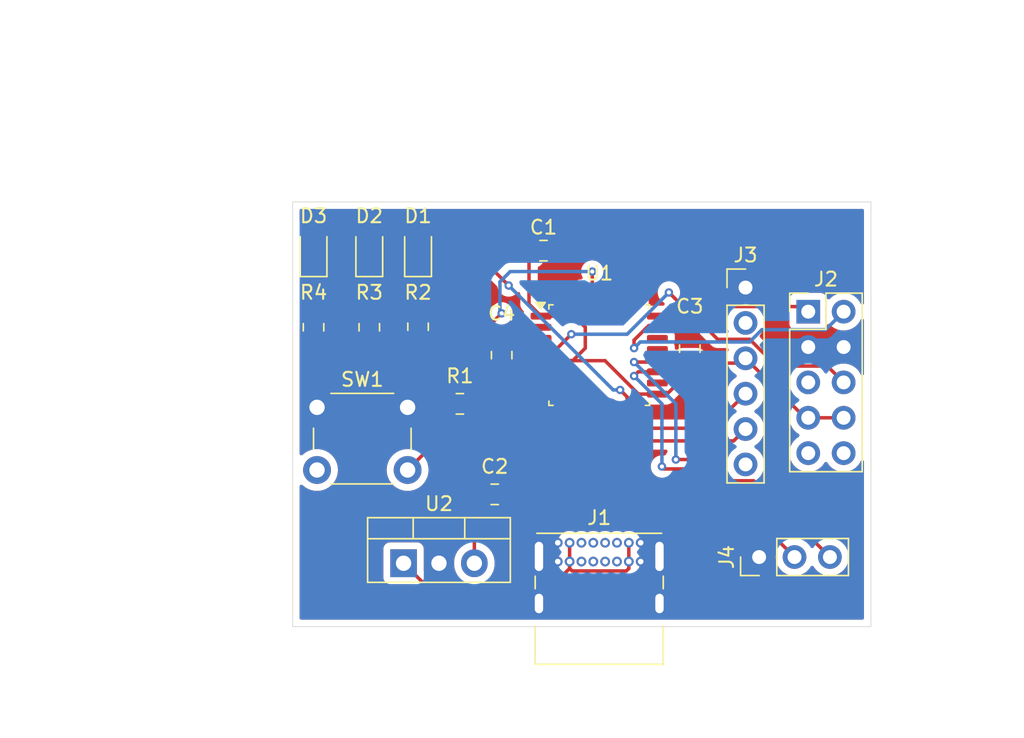
<source format=kicad_pcb>
(kicad_pcb (version 20240108) (generator "pcbnew") (generator_version "8.0")
  (layers (0 "F.Cu" signal) (31 "B.Cu" signal) (34 "B.Paste" user) (35 "F.Paste" user) (36 "B.SilkS" user "B.Silkscreen") (37 "F.SilkS" user "F.Silkscreen") (38 "B.Mask" user) (39 "F.Mask" user) (44 "Edge.Cuts" user))
  (net 0 "")
  (net 1 "+3V3")
  (net 2 "GND")
  (net 3 "Net-(D1-K)")
  (net 4 "Net-(D2-K)")
  (net 5 "Net-(D2-A)")
  (net 6 "Net-(D3-K)")
  (net 7 "Net-(D3-A)")
  (net 8 "+5V")
  (net 15 "/SWDIO")
  (net 18 "/SWCLK")
  (net 19 "/RST")
  (net 21 "/RX")
  (net 22 "/TX")
  (net 23 "/SDA")
  (net 24 "/SCL")
  (footprint "Package_QFP:LQFP-32_7x7mm_P0.8mm" (layer "F.Cu") (at 138.5 62)
    (property "Reference" "U1" (at 0 -5.88 0) (layer "F.SilkS"))
    (property "Value" "STM32L031K6Tx")
    (fp_line (start -3.61 -3.61) (end -3.61 -3.31) (stroke (width 0.12)) (layer "F.SilkS"))
    (fp_line (start -3.61 3.61) (end -3.61 3.31) (stroke (width 0.12)) (layer "F.SilkS"))
    (fp_line (start -3.31 -3.61) (end -3.61 -3.61) (stroke (width 0.12)) (layer "F.SilkS"))
    (fp_line (start -3.31 3.61) (end -3.61 3.61) (stroke (width 0.12)) (layer "F.SilkS"))
    (fp_line (start 3.31 -3.61) (end 3.61 -3.61) (stroke (width 0.12)) (layer "F.SilkS"))
    (fp_line (start 3.31 3.61) (end 3.61 3.61) (stroke (width 0.12)) (layer "F.SilkS"))
    (fp_line (start 3.61 -3.61) (end 3.61 -3.31) (stroke (width 0.12)) (layer "F.SilkS"))
    (fp_line (start 3.61 3.61) (end 3.61 3.31) (stroke (width 0.12)) (layer "F.SilkS"))
    (fp_poly (pts (xy -4.2125 -3.31) (xy -4.5525 -3.78) (xy -3.8725 -3.78) (xy -4.2125 -3.31)) (stroke (width 0.12)) (fill solid) (layer "F.SilkS"))
    (pad "1" smd roundrect (at -4.175 -2.8) (size 1.5 0.5) (layers "F.Cu" "F.Paste" "F.Mask") (net 1 "+3V3"))
    (pad "2" smd roundrect (at -4.175 -2) (size 1.5 0.5) (layers "F.Cu" "F.Paste" "F.Mask"))
    (pad "3" smd roundrect (at -4.175 -1.2) (size 1.5 0.5) (layers "F.Cu" "F.Paste" "F.Mask"))
    (pad "4" smd roundrect (at -4.175 -0.4) (size 1.5 0.5) (layers "F.Cu" "F.Paste" "F.Mask") (net 19 "/RST"))
    (pad "5" smd roundrect (at -4.175 0.4) (size 1.5 0.5) (layers "F.Cu" "F.Paste" "F.Mask") (net 1 "+3V3"))
    (pad "6" smd roundrect (at -4.175 1.2) (size 1.5 0.5) (layers "F.Cu" "F.Paste" "F.Mask"))
    (pad "7" smd roundrect (at -4.175 2) (size 1.5 0.5) (layers "F.Cu" "F.Paste" "F.Mask"))
    (pad "8" smd roundrect (at -4.175 2.8) (size 1.5 0.5) (layers "F.Cu" "F.Paste" "F.Mask") (net 22 "/TX"))
    (pad "9" smd roundrect (at -2.8 4.175) (size 0.5 1.5) (layers "F.Cu" "F.Paste" "F.Mask") (net 21 "/RX"))
    (pad "10" smd roundrect (at -2 4.175) (size 0.5 1.5) (layers "F.Cu" "F.Paste" "F.Mask"))
    (pad "11" smd roundrect (at -1.2 4.175) (size 0.5 1.5) (layers "F.Cu" "F.Paste" "F.Mask"))
    (pad "12" smd roundrect (at -0.4 4.175) (size 0.5 1.5) (layers "F.Cu" "F.Paste" "F.Mask"))
    (pad "13" smd roundrect (at 0.4 4.175) (size 0.5 1.5) (layers "F.Cu" "F.Paste" "F.Mask"))
    (pad "14" smd roundrect (at 1.2 4.175) (size 0.5 1.5) (layers "F.Cu" "F.Paste" "F.Mask"))
    (pad "15" smd roundrect (at 2 4.175) (size 0.5 1.5) (layers "F.Cu" "F.Paste" "F.Mask") (net 5 "Net-(D2-A)"))
    (pad "16" smd roundrect (at 2.8 4.175) (size 0.5 1.5) (layers "F.Cu" "F.Paste" "F.Mask") (net 2 "GND"))
    (pad "17" smd roundrect (at 4.175 2.8) (size 1.5 0.5) (layers "F.Cu" "F.Paste" "F.Mask") (net 1 "+3V3"))
    (pad "18" smd roundrect (at 4.175 2) (size 1.5 0.5) (layers "F.Cu" "F.Paste" "F.Mask"))
    (pad "19" smd roundrect (at 4.175 1.2) (size 1.5 0.5) (layers "F.Cu" "F.Paste" "F.Mask") (net 24 "/SCL"))
    (pad "20" smd roundrect (at 4.175 0.4) (size 1.5 0.5) (layers "F.Cu" "F.Paste" "F.Mask") (net 23 "/SDA"))
    (pad "21" smd roundrect (at 4.175 -0.4) (size 1.5 0.5) (layers "F.Cu" "F.Paste" "F.Mask"))
    (pad "22" smd roundrect (at 4.175 -1.2) (size 1.5 0.5) (layers "F.Cu" "F.Paste" "F.Mask"))
    (pad "23" smd roundrect (at 4.175 -2) (size 1.5 0.5) (layers "F.Cu" "F.Paste" "F.Mask") (net 15 "/SWDIO"))
    (pad "24" smd roundrect (at 4.175 -2.8) (size 1.5 0.5) (layers "F.Cu" "F.Paste" "F.Mask") (net 18 "/SWCLK"))
    (pad "25" smd roundrect (at 2.8 -4.175) (size 0.5 1.5) (layers "F.Cu" "F.Paste" "F.Mask"))
    (pad "26" smd roundrect (at 2 -4.175) (size 0.5 1.5) (layers "F.Cu" "F.Paste" "F.Mask"))
    (pad "27" smd roundrect (at 1.2 -4.175) (size 0.5 1.5) (layers "F.Cu" "F.Paste" "F.Mask"))
    (pad "28" smd roundrect (at 0.4 -4.175) (size 0.5 1.5) (layers "F.Cu" "F.Paste" "F.Mask"))
    (pad "29" smd roundrect (at -0.4 -4.175) (size 0.5 1.5) (layers "F.Cu" "F.Paste" "F.Mask") (net 7 "Net-(D3-A)"))
    (pad "30" smd roundrect (at -1.2 -4.175) (size 0.5 1.5) (layers "F.Cu" "F.Paste" "F.Mask"))
    (pad "31" smd roundrect (at -2 -4.175) (size 0.5 1.5) (layers "F.Cu" "F.Paste" "F.Mask") (net 2 "GND"))
    (pad "32" smd roundrect (at -2.8 -4.175) (size 0.5 1.5) (layers "F.Cu" "F.Paste" "F.Mask") (net 2 "GND"))
  )
  (footprint "Diode_SMD:D_0805_2012Metric_Pad1.15x1.40mm_HandSolder" (layer "F.Cu") (at 125.5 54.5 90)
    (property "Reference" "D1" (at 2.5 0 180) (layer "F.SilkS"))
    (property "Value" "LED")
    (fp_line (start 1 -0.96) (end -1.86 -0.96) (stroke (width 0.12)) (layer "F.SilkS"))
    (fp_line (start -1.86 -0.96) (end -1.86 0.96) (stroke (width 0.12)) (layer "F.SilkS"))
    (fp_line (start -1.86 0.96) (end 1 0.96) (stroke (width 0.12)) (layer "F.SilkS"))
    (pad "1" smd roundrect (at -1.025 0 90) (size 1.15 1.4) (layers "F.Cu" "F.Paste" "F.Mask") (roundrect_rratio 0.217391) (net 3 "Net-(D1-K)"))
    (pad "2" smd roundrect (at 1.025 0 90) (size 1.15 1.4) (layers "F.Cu" "F.Paste" "F.Mask") (roundrect_rratio 0.217391) (net 1 "+3V3"))
  )
  (footprint "Connector_PinHeader_2.54mm:PinHeader_1x03_P2.54mm_Vertical" (layer "F.Cu") (at 149.975 76.5 90)
    (property "Reference" "J4" (at 0 -2.33 90) (layer "F.SilkS"))
    (property "Value" "I2C")
    (fp_line (start -1.33 -1.33) (end 0 -1.33) (stroke (width 0.12)) (layer "F.SilkS"))
    (fp_line (start -1.33 0) (end -1.33 -1.33) (stroke (width 0.12)) (layer "F.SilkS"))
    (fp_line (start 1.33 1.27) (end 1.33 6.41) (stroke (width 0.12)) (layer "F.SilkS"))
    (fp_line (start -1.33 1.27) (end 1.33 1.27) (stroke (width 0.12)) (layer "F.SilkS"))
    (fp_line (start -1.33 1.27) (end -1.33 6.41) (stroke (width 0.12)) (layer "F.SilkS"))
    (fp_line (start -1.33 6.41) (end 1.33 6.41) (stroke (width 0.12)) (layer "F.SilkS"))
    (pad "1" thru_hole rect (at 0 0 90) (size 1.7 1.7) (drill 1) (layers "*.Cu" "*.Mask") (net 2 "GND"))
    (pad "2" thru_hole oval (at 0 2.54 90) (size 1.7 1.7) (drill 1) (layers "*.Cu" "*.Mask") (net 24 "/SCL"))
    (pad "3" thru_hole oval (at 0 5.08 90) (size 1.7 1.7) (drill 1) (layers "*.Cu" "*.Mask") (net 23 "/SDA"))
  )
  (footprint "Button_Switch_THT:SW_PUSH_6mm" (layer "F.Cu") (at 118.25 65.75)
    (property "Reference" "SW1" (at 3.25 -2 0) (layer "F.SilkS"))
    (property "Value" "SW_Push")
    (fp_line (start -0.25 1.5) (end -0.25 3) (stroke (width 0.12)) (layer "F.SilkS"))
    (fp_line (start 1 5.5) (end 5.5 5.5) (stroke (width 0.12)) (layer "F.SilkS"))
    (fp_line (start 5.5 -1) (end 1 -1) (stroke (width 0.12)) (layer "F.SilkS"))
    (fp_line (start 6.75 3) (end 6.75 1.5) (stroke (width 0.12)) (layer "F.SilkS"))
    (pad "1" thru_hole circle (at 0 0 90) (size 2 2) (drill 1.1) (layers "*.Cu" "*.Mask") (net 2 "GND"))
    (pad "1" thru_hole circle (at 6.5 0 90) (size 2 2) (drill 1.1) (layers "*.Cu" "*.Mask") (net 2 "GND"))
    (pad "2" thru_hole circle (at 0 4.5 90) (size 2 2) (drill 1.1) (layers "*.Cu" "*.Mask") (net 19 "/RST"))
    (pad "2" thru_hole circle (at 6.5 4.5 90) (size 2 2) (drill 1.1) (layers "*.Cu" "*.Mask") (net 19 "/RST"))
  )
  (footprint "Capacitor_SMD:C_0805_2012Metric_Pad1.18x1.45mm_HandSolder" (layer "F.Cu") (at 122 60 90)
    (property "Reference" "R3" (at 2.5 0 180) (layer "F.SilkS"))
    (property "Value" "100")
    (fp_line (start -0.261252 -0.735) (end 0.261252 -0.735) (stroke (width 0.12)) (layer "F.SilkS"))
    (fp_line (start -0.261252 0.735) (end 0.261252 0.735) (stroke (width 0.12)) (layer "F.SilkS"))
    (pad "1" smd roundrect (at -1.0375 0 90) (size 1.175 1.45) (layers "F.Cu" "F.Paste" "F.Mask") (roundrect_rratio 0.212766) (net 2 "GND"))
    (pad "2" smd roundrect (at 1.0375 0 90) (size 1.175 1.45) (layers "F.Cu" "F.Paste" "F.Mask") (roundrect_rratio 0.212766) (net 4 "Net-(D2-K)"))
  )
  (footprint "Capacitor_SMD:C_0805_2012Metric_Pad1.18x1.45mm_HandSolder" (layer "F.Cu") (at 118 60 90)
    (property "Reference" "R4" (at 2.5 0 180) (layer "F.SilkS"))
    (property "Value" "100")
    (fp_line (start -0.261252 -0.735) (end 0.261252 -0.735) (stroke (width 0.12)) (layer "F.SilkS"))
    (fp_line (start -0.261252 0.735) (end 0.261252 0.735) (stroke (width 0.12)) (layer "F.SilkS"))
    (pad "1" smd roundrect (at -1.0375 0 90) (size 1.175 1.45) (layers "F.Cu" "F.Paste" "F.Mask") (roundrect_rratio 0.212766) (net 2 "GND"))
    (pad "2" smd roundrect (at 1.0375 0 90) (size 1.175 1.45) (layers "F.Cu" "F.Paste" "F.Mask") (roundrect_rratio 0.212766) (net 6 "Net-(D3-K)"))
  )
  (footprint "Diode_SMD:D_0805_2012Metric_Pad1.15x1.40mm_HandSolder" (layer "F.Cu") (at 118 54.5 90)
    (property "Reference" "D3" (at 2.5 0 180) (layer "F.SilkS"))
    (property "Value" "LED")
    (fp_line (start 1 -0.96) (end -1.86 -0.96) (stroke (width 0.12)) (layer "F.SilkS"))
    (fp_line (start -1.86 -0.96) (end -1.86 0.96) (stroke (width 0.12)) (layer "F.SilkS"))
    (fp_line (start -1.86 0.96) (end 1 0.96) (stroke (width 0.12)) (layer "F.SilkS"))
    (pad "1" smd roundrect (at -1.025 0 90) (size 1.15 1.4) (layers "F.Cu" "F.Paste" "F.Mask") (roundrect_rratio 0.217391) (net 6 "Net-(D3-K)"))
    (pad "2" smd roundrect (at 1.025 0 90) (size 1.15 1.4) (layers "F.Cu" "F.Paste" "F.Mask") (roundrect_rratio 0.217391) (net 7 "Net-(D3-A)"))
  )
  (footprint "Capacitor_SMD:C_0805_2012Metric_Pad1.18x1.45mm_HandSolder" (layer "F.Cu") (at 125.5 59.9625 -90)
    (property "Reference" "R2" (at -2.4625 0 180) (layer "F.SilkS"))
    (property "Value" "100")
    (fp_line (start -0.261252 0.735) (end 0.261252 0.735) (stroke (width 0.12)) (layer "F.SilkS"))
    (fp_line (start -0.261252 -0.735) (end 0.261252 -0.735) (stroke (width 0.12)) (layer "F.SilkS"))
    (pad "1" smd roundrect (at -1.0375 0 270) (size 1.175 1.45) (layers "F.Cu" "F.Paste" "F.Mask") (roundrect_rratio 0.212766) (net 3 "Net-(D1-K)"))
    (pad "2" smd roundrect (at 1.0375 0 270) (size 1.175 1.45) (layers "F.Cu" "F.Paste" "F.Mask") (roundrect_rratio 0.212766) (net 2 "GND"))
  )
  (footprint "Capacitor_SMD:C_0805_2012Metric_Pad1.18x1.45mm_HandSolder" (layer "F.Cu") (at 131.5 62 90)
    (property "Reference" "C4" (at 3 0 180) (layer "F.SilkS"))
    (property "Value" "100nF")
    (fp_line (start -0.261252 -0.735) (end 0.261252 -0.735) (stroke (width 0.12)) (layer "F.SilkS"))
    (fp_line (start -0.261252 0.735) (end 0.261252 0.735) (stroke (width 0.12)) (layer "F.SilkS"))
    (pad "1" smd roundrect (at -1.0375 0 90) (size 1.175 1.45) (layers "F.Cu" "F.Paste" "F.Mask") (roundrect_rratio 0.212766) (net 1 "+3V3"))
    (pad "2" smd roundrect (at 1.0375 0 90) (size 1.175 1.45) (layers "F.Cu" "F.Paste" "F.Mask") (roundrect_rratio 0.212766) (net 2 "GND"))
  )
  (footprint "Connector_PinHeader_2.54mm:PinHeader_2x05_P2.54mm_Vertical" (layer "F.Cu") (at 153.5 58.88)
    (property "Reference" "J2" (at 1.27 -2.33 0) (layer "F.SilkS"))
    (property "Value" "STLink")
    (fp_line (start -1.33 -1.33) (end 0 -1.33) (stroke (width 0.12)) (layer "F.SilkS"))
    (fp_line (start -1.33 0) (end -1.33 -1.33) (stroke (width 0.12)) (layer "F.SilkS"))
    (fp_line (start -1.33 1.27) (end -1.33 11.49) (stroke (width 0.12)) (layer "F.SilkS"))
    (fp_line (start -1.33 1.27) (end 1.27 1.27) (stroke (width 0.12)) (layer "F.SilkS"))
    (fp_line (start -1.33 11.49) (end 3.87 11.49) (stroke (width 0.12)) (layer "F.SilkS"))
    (fp_line (start 1.27 -1.33) (end 3.87 -1.33) (stroke (width 0.12)) (layer "F.SilkS"))
    (fp_line (start 1.27 1.27) (end 1.27 -1.33) (stroke (width 0.12)) (layer "F.SilkS"))
    (fp_line (start 3.87 -1.33) (end 3.87 11.49) (stroke (width 0.12)) (layer "F.SilkS"))
    (pad "1" thru_hole rect (at 0 0) (size 1.7 1.7) (drill 1) (layers "*.Cu" "*.Mask") (net 19 "/RST"))
    (pad "2" thru_hole oval (at 2.54 0) (size 1.7 1.7) (drill 1) (layers "*.Cu" "*.Mask") (net 15 "/SWDIO"))
    (pad "3" thru_hole oval (at 0 2.54) (size 1.7 1.7) (drill 1) (layers "*.Cu" "*.Mask") (net 2 "GND"))
    (pad "4" thru_hole oval (at 2.54 2.54) (size 1.7 1.7) (drill 1) (layers "*.Cu" "*.Mask") (net 2 "GND"))
    (pad "5" thru_hole oval (at 0 5.08) (size 1.7 1.7) (drill 1) (layers "*.Cu" "*.Mask"))
    (pad "6" thru_hole oval (at 2.54 5.08) (size 1.7 1.7) (drill 1) (layers "*.Cu" "*.Mask") (net 18 "/SWCLK"))
    (pad "7" thru_hole oval (at 0 7.62) (size 1.7 1.7) (drill 1) (layers "*.Cu" "*.Mask") (net 1 "+3V3"))
    (pad "8" thru_hole oval (at 2.54 7.62) (size 1.7 1.7) (drill 1) (layers "*.Cu" "*.Mask") (net 1 "+3V3"))
    (pad "9" thru_hole oval (at 0 10.16) (size 1.7 1.7) (drill 1) (layers "*.Cu" "*.Mask"))
    (pad "10" thru_hole oval (at 2.54 10.16) (size 1.7 1.7) (drill 1) (layers "*.Cu" "*.Mask"))
  )
  (footprint "Capacitor_SMD:C_0805_2012Metric_Pad1.18x1.45mm_HandSolder" (layer "F.Cu") (at 131 72 180)
    (property "Reference" "C2" (at 0 2 180) (layer "F.SilkS"))
    (property "Value" "1u")
    (fp_line (start -0.261252 0.735) (end 0.261252 0.735) (stroke (width 0.12)) (layer "F.SilkS"))
    (fp_line (start -0.261252 -0.735) (end 0.261252 -0.735) (stroke (width 0.12)) (layer "F.SilkS"))
    (pad "1" smd roundrect (at -1.0375 0 180) (size 1.175 1.45) (layers "F.Cu" "F.Paste" "F.Mask") (roundrect_rratio 0.212766) (net 1 "+3V3"))
    (pad "2" smd roundrect (at 1.0375 0 180) (size 1.175 1.45) (layers "F.Cu" "F.Paste" "F.Mask") (roundrect_rratio 0.212766) (net 2 "GND"))
  )
  (footprint "Capacitor_SMD:C_0805_2012Metric_Pad1.18x1.45mm_HandSolder" (layer "F.Cu") (at 145 61.5375 90)
    (property "Reference" "C3" (at 3.0375 0 180) (layer "F.SilkS"))
    (property "Value" "100nF")
    (fp_line (start -0.261252 -0.735) (end 0.261252 -0.735) (stroke (width 0.12)) (layer "F.SilkS"))
    (fp_line (start -0.261252 0.735) (end 0.261252 0.735) (stroke (width 0.12)) (layer "F.SilkS"))
    (pad "1" smd roundrect (at -1.0375 0 90) (size 1.175 1.45) (layers "F.Cu" "F.Paste" "F.Mask") (roundrect_rratio 0.212766) (net 1 "+3V3"))
    (pad "2" smd roundrect (at 1.0375 0 90) (size 1.175 1.45) (layers "F.Cu" "F.Paste" "F.Mask") (roundrect_rratio 0.212766) (net 2 "GND"))
  )
  (footprint "Capacitor_SMD:C_0805_2012Metric_Pad1.18x1.45mm_HandSolder" (layer "F.Cu") (at 134.5 54.5)
    (property "Reference" "C1" (at 0 -1.68 0) (layer "F.SilkS"))
    (property "Value" "100nF")
    (fp_line (start -0.261252 -0.735) (end 0.261252 -0.735) (stroke (width 0.12)) (layer "F.SilkS"))
    (fp_line (start -0.261252 0.735) (end 0.261252 0.735) (stroke (width 0.12)) (layer "F.SilkS"))
    (pad "1" smd roundrect (at -1.0375 0) (size 1.175 1.45) (layers "F.Cu" "F.Paste" "F.Mask") (roundrect_rratio 0.212766) (net 1 "+3V3"))
    (pad "2" smd roundrect (at 1.0375 0) (size 1.175 1.45) (layers "F.Cu" "F.Paste" "F.Mask") (roundrect_rratio 0.212766) (net 2 "GND"))
  )
  (footprint "Connector_PinHeader_2.54mm:PinHeader_1x06_P2.54mm_Vertical" (layer "F.Cu") (at 149 57.15)
    (property "Reference" "J3" (at 0 -2.33 0) (layer "F.SilkS"))
    (property "Value" "Serial")
    (fp_line (start -1.33 -1.33) (end 0 -1.33) (stroke (width 0.12)) (layer "F.SilkS"))
    (fp_line (start -1.33 0) (end -1.33 -1.33) (stroke (width 0.12)) (layer "F.SilkS"))
    (fp_line (start -1.33 1.27) (end -1.33 14.03) (stroke (width 0.12)) (layer "F.SilkS"))
    (fp_line (start -1.33 1.27) (end 1.33 1.27) (stroke (width 0.12)) (layer "F.SilkS"))
    (fp_line (start -1.33 14.03) (end 1.33 14.03) (stroke (width 0.12)) (layer "F.SilkS"))
    (fp_line (start 1.33 1.27) (end 1.33 14.03) (stroke (width 0.12)) (layer "F.SilkS"))
    (pad "1" thru_hole rect (at 0 0) (size 1.7 1.7) (drill 1) (layers "*.Cu" "*.Mask") (net 2 "GND"))
    (pad "2" thru_hole oval (at 0 2.54) (size 1.7 1.7) (drill 1) (layers "*.Cu" "*.Mask"))
    (pad "3" thru_hole oval (at 0 5.08) (size 1.7 1.7) (drill 1) (layers "*.Cu" "*.Mask") (net 1 "+3V3"))
    (pad "4" thru_hole oval (at 0 7.62) (size 1.7 1.7) (drill 1) (layers "*.Cu" "*.Mask") (net 21 "/RX"))
    (pad "5" thru_hole oval (at 0 10.16) (size 1.7 1.7) (drill 1) (layers "*.Cu" "*.Mask") (net 22 "/TX"))
    (pad "6" thru_hole oval (at 0 12.7) (size 1.7 1.7) (drill 1) (layers "*.Cu" "*.Mask"))
  )
  (footprint "Capacitor_SMD:C_0805_2012Metric_Pad1.18x1.45mm_HandSolder" (layer "F.Cu") (at 128.5 65.5 180)
    (property "Reference" "R1" (at 0 2 0) (layer "F.SilkS"))
    (property "Value" "1k")
    (fp_line (start -0.261252 0.735) (end 0.261252 0.735) (stroke (width 0.12)) (layer "F.SilkS"))
    (fp_line (start -0.261252 -0.735) (end 0.261252 -0.735) (stroke (width 0.12)) (layer "F.SilkS"))
    (pad "1" smd roundrect (at -1.0375 0 180) (size 1.175 1.45) (layers "F.Cu" "F.Paste" "F.Mask") (roundrect_rratio 0.212766) (net 1 "+3V3"))
    (pad "2" smd roundrect (at 1.0375 0 180) (size 1.175 1.45) (layers "F.Cu" "F.Paste" "F.Mask") (roundrect_rratio 0.212766) (net 19 "/RST"))
  )
  (footprint "Package_TO_SOT_THT:TO-220-3_Vertical" (layer "F.Cu") (at 124.46 76.945)
    (property "Reference" "U2" (at 2.54 -4.27 0) (layer "F.SilkS"))
    (property "Value" "TC1262-33")
    (fp_line (start -2.58 -3.27) (end -2.58 1.371) (stroke (width 0.12)) (layer "F.SilkS"))
    (fp_line (start -2.58 -3.27) (end 7.66 -3.27) (stroke (width 0.12)) (layer "F.SilkS"))
    (fp_line (start -2.58 -1.76) (end 7.66 -1.76) (stroke (width 0.12)) (layer "F.SilkS"))
    (fp_line (start -2.58 1.371) (end 7.66 1.371) (stroke (width 0.12)) (layer "F.SilkS"))
    (fp_line (start 0.69 -3.27) (end 0.69 -1.76) (stroke (width 0.12)) (layer "F.SilkS"))
    (fp_line (start 4.391 -3.27) (end 4.391 -1.76) (stroke (width 0.12)) (layer "F.SilkS"))
    (fp_line (start 7.66 -3.27) (end 7.66 1.371) (stroke (width 0.12)) (layer "F.SilkS"))
    (pad "1" thru_hole rect (at 0 0) (size 1.905 2) (drill 1.1) (layers "*.Cu" "*.Mask") (net 8 "+5V"))
    (pad "2" thru_hole oval (at 2.54 0) (size 1.905 2) (drill 1.1) (layers "*.Cu" "*.Mask") (net 2 "GND"))
    (pad "3" thru_hole oval (at 5.08 0) (size 1.905 2) (drill 1.1) (layers "*.Cu" "*.Mask") (net 1 "+3V3"))
  )
  (footprint "Diode_SMD:D_0805_2012Metric_Pad1.15x1.40mm_HandSolder" (layer "F.Cu") (at 122 54.5 90)
    (property "Reference" "D2" (at 2.5 0 180) (layer "F.SilkS"))
    (property "Value" "LED")
    (fp_line (start 1 -0.96) (end -1.86 -0.96) (stroke (width 0.12)) (layer "F.SilkS"))
    (fp_line (start -1.86 -0.96) (end -1.86 0.96) (stroke (width 0.12)) (layer "F.SilkS"))
    (fp_line (start -1.86 0.96) (end 1 0.96) (stroke (width 0.12)) (layer "F.SilkS"))
    (pad "1" smd roundrect (at -1.025 0 90) (size 1.15 1.4) (layers "F.Cu" "F.Paste" "F.Mask") (roundrect_rratio 0.217391) (net 4 "Net-(D2-K)"))
    (pad "2" smd roundrect (at 1.025 0 90) (size 1.15 1.4) (layers "F.Cu" "F.Paste" "F.Mask") (roundrect_rratio 0.217391) (net 5 "Net-(D2-A)"))
  )
  (footprint "Connector_USB:USB_C_Receptacle_GCT_USB4085" (layer "F.Cu") (at 135.525 75.475)
    (property "Reference" "J1" (at 2.975 -1.8 0) (layer "F.SilkS"))
    (property "Value" "USB_C_Receptacle_USB2.0_14P")
    (fp_line (start -1.62 2.4) (end -1.62 3.3) (stroke (width 0.12)) (layer "F.SilkS"))
    (fp_line (start -1.62 6) (end -1.62 8.73) (stroke (width 0.12)) (layer "F.SilkS"))
    (fp_line (start -1.62 8.73) (end 7.57 8.73) (stroke (width 0.12)) (layer "F.SilkS"))
    (fp_line (start -1.5 -0.68) (end 7.45 -0.68) (stroke (width 0.12)) (layer "F.SilkS"))
    (fp_line (start 7.57 2.4) (end 7.57 3.3) (stroke (width 0.12)) (layer "F.SilkS"))
    (fp_line (start 7.57 6) (end 7.57 8.73) (stroke (width 0.12)) (layer "F.SilkS"))
    (pad "A1" thru_hole circle (at 0 0) (size 0.7 0.7) (drill 0.4) (layers "*.Cu" "*.Mask") (net 2 "GND"))
    (pad "A4" thru_hole circle (at 0.85 0) (size 0.7 0.7) (drill 0.4) (layers "*.Cu" "*.Mask") (net 8 "+5V"))
    (pad "A5" thru_hole circle (at 1.7 0) (size 0.7 0.7) (drill 0.4) (layers "*.Cu" "*.Mask"))
    (pad "A6" thru_hole circle (at 2.55 0) (size 0.7 0.7) (drill 0.4) (layers "*.Cu" "*.Mask"))
    (pad "A7" thru_hole circle (at 3.4 0) (size 0.7 0.7) (drill 0.4) (layers "*.Cu" "*.Mask"))
    (pad "A8" thru_hole circle (at 4.25 0) (size 0.7 0.7) (drill 0.4) (layers "*.Cu" "*.Mask"))
    (pad "A9" thru_hole circle (at 5.1 0) (size 0.7 0.7) (drill 0.4) (layers "*.Cu" "*.Mask") (net 8 "+5V"))
    (pad "A12" thru_hole circle (at 5.95 0) (size 0.7 0.7) (drill 0.4) (layers "*.Cu" "*.Mask") (net 2 "GND"))
    (pad "B1" thru_hole circle (at 5.95 1.35) (size 0.7 0.7) (drill 0.4) (layers "*.Cu" "*.Mask") (net 2 "GND"))
    (pad "B4" thru_hole circle (at 5.1 1.35) (size 0.7 0.7) (drill 0.4) (layers "*.Cu" "*.Mask") (net 8 "+5V"))
    (pad "B5" thru_hole circle (at 4.25 1.35) (size 0.7 0.7) (drill 0.4) (layers "*.Cu" "*.Mask"))
    (pad "B6" thru_hole circle (at 3.4 1.35) (size 0.7 0.7) (drill 0.4) (layers "*.Cu" "*.Mask"))
    (pad "B7" thru_hole circle (at 2.55 1.35) (size 0.7 0.7) (drill 0.4) (layers "*.Cu" "*.Mask"))
    (pad "B8" thru_hole circle (at 1.7 1.35) (size 0.7 0.7) (drill 0.4) (layers "*.Cu" "*.Mask"))
    (pad "B9" thru_hole circle (at 0.85 1.35) (size 0.7 0.7) (drill 0.4) (layers "*.Cu" "*.Mask") (net 8 "+5V"))
    (pad "B12" thru_hole circle (at 0 1.35) (size 0.7 0.7) (drill 0.4) (layers "*.Cu" "*.Mask") (net 2 "GND"))
    (pad "S1" thru_hole oval (at -1.35 0.98) (size 0.9 2.4) (drill oval 0.6 2.1) (layers "*.Cu" "*.Mask") (net 2 "GND"))
    (pad "S1" thru_hole oval (at -1.35 4.36) (size 0.9 1.7) (drill oval 0.6 1.4) (layers "*.Cu" "*.Mask") (net 2 "GND"))
    (pad "S1" thru_hole oval (at 7.3 0.98) (size 0.9 2.4) (drill oval 0.6 2.1) (layers "*.Cu" "*.Mask") (net 2 "GND"))
    (pad "S1" thru_hole oval (at 7.3 4.36) (size 0.9 1.7) (drill oval 0.6 1.4) (layers "*.Cu" "*.Mask") (net 2 "GND"))
  )
  (gr_rect (start 116.5 51) (end 158 81.5) (stroke (width 0.05)) (fill none) (layer "Edge.Cuts"))
  (segment (start 149 62.23) (end 153.27 66.5) (width 0.25) (layer "F.Cu") (net 1))
  (segment (start 141.31486 64.8) (end 142.675 64.8) (width 0.25) (layer "F.Cu") (net 1))
  (segment (start 132.0375 72) (end 132.0375 68) (width 0.25) (layer "F.Cu") (net 1))
  (segment (start 153.5 66.5) (end 156.04 66.5) (width 0.25) (layer "F.Cu") (net 1))
  (segment (start 132.937501 63.0375) (end 133.575001 62.4) (width 0.25) (layer "F.Cu") (net 1))
  (segment (start 133.4625 58.3375) (end 134.325 59.2) (width 0.25) (layer "F.Cu") (net 1))
  (segment (start 153.27 66.5) (end 153.5 66.5) (width 0.25) (layer "F.Cu") (net 1))
  (segment (start 137.5 61.5) (end 137.5 60) (width 0.25) (layer "F.Cu") (net 1))
  (segment (start 136.7 59.2) (end 134.325 59.2) (width 0.25) (layer "F.Cu") (net 1))
  (segment (start 134.325 62.4) (end 136.6 62.4) (width 0.25) (layer "F.Cu") (net 1))
  (segment (start 133.4625 54.5) (end 133.4625 58.3375) (width 0.25) (layer "F.Cu") (net 1))
  (segment (start 148.655 62.575) (end 149 62.23) (width 0.25) (layer "F.Cu") (net 1))
  (segment (start 125.5 53.475) (end 132.4375 53.475) (width 0.25) (layer "F.Cu") (net 1))
  (segment (start 136.6 62.4) (end 137.5 61.5) (width 0.25) (layer "F.Cu") (net 1))
  (segment (start 134.325 62.4) (end 138.91486 62.4) (width 0.25) (layer "F.Cu") (net 1))
  (segment (start 132.4375 53.475) (end 133.4625 54.5) (width 0.25) (layer "F.Cu") (net 1))
  (segment (start 143.3625 64.8) (end 142.675 64.8) (width 0.25) (layer "F.Cu") (net 1))
  (segment (start 145 62.575) (end 148.655 62.575) (width 0.25) (layer "F.Cu") (net 1))
  (segment (start 131.5 63.5375) (end 131.5 63.0375) (width 0.25) (layer "F.Cu") (net 1))
  (segment (start 145 63.1625) (end 143.3625 64.8) (width 0.25) (layer "F.Cu") (net 1))
  (segment (start 129.54 74.4975) (end 132.0375 72) (width 0.25) (layer "F.Cu") (net 1))
  (segment (start 129.5375 65.5) (end 131.5 63.5375) (width 0.25) (layer "F.Cu") (net 1))
  (segment (start 131.5 63.0375) (end 132.937501 63.0375) (width 0.25) (layer "F.Cu") (net 1))
  (segment (start 138.91486 62.4) (end 141.31486 64.8) (width 0.25) (layer "F.Cu") (net 1))
  (segment (start 132.0375 68) (end 129.5375 65.5) (width 0.25) (layer "F.Cu") (net 1))
  (segment (start 145 62.575) (end 145 63.1625) (width 0.25) (layer "F.Cu") (net 1))
  (segment (start 129.54 76.945) (end 129.54 74.4975) (width 0.25) (layer "F.Cu") (net 1))
  (segment (start 133.575001 62.4) (end 134.325 62.4) (width 0.25) (layer "F.Cu") (net 1))
  (segment (start 137.5 60) (end 136.7 59.2) (width 0.25) (layer "F.Cu") (net 1))
  (segment (start 125.5 55.525) (end 125.5 58.925) (width 0.25) (layer "F.Cu") (net 3))
  (segment (start 122 55.525) (end 122 58.9625) (width 0.25) (layer "F.Cu") (net 4))
  (segment (start 124.1125 53.7375) (end 125 54.625) (width 0.25) (layer "F.Cu") (net 5))
  (segment (start 140 64.5) (end 140.5 65) (width 0.25) (layer "F.Cu") (net 5))
  (segment (start 125 54.625) (end 129.625 54.625) (width 0.25) (layer "F.Cu") (net 5))
  (segment (start 122 53.475) (end 122.2625 53.7375) (width 0.25) (layer "F.Cu") (net 5))
  (segment (start 140.5 65) (end 140.5 66.175) (width 0.25) (layer "F.Cu") (net 5))
  (segment (start 129.625 54.625) (end 132 57) (width 0.25) (layer "F.Cu") (net 5))
  (segment (start 122.2625 53.7375) (end 124.1125 53.7375) (width 0.25) (layer "F.Cu") (net 5))
  (via (at 132 57) (size 0.6) (drill 0.3) (layers "F.Cu" "B.Cu") (net 5))
  (via (at 140 64.5) (size 0.6) (drill 0.3) (layers "F.Cu" "B.Cu") (net 5))
  (segment (start 132 57) (end 139.5 64.5) (width 0.25) (layer "B.Cu") (net 5))
  (segment (start 139.5 64.5) (end 140 64.5) (width 0.25) (layer "B.Cu") (net 5))
  (segment (start 118 55.525) (end 118 58.9625) (width 0.25) (layer "F.Cu") (net 6))
  (segment (start 124.5299 59.8375) (end 130.6625 59.8375) (width 0.25) (layer "F.Cu") (net 7))
  (segment (start 138 57.725) (end 138.1 57.825) (width 0.25) (layer "F.Cu") (net 7))
  (segment (start 118 53.475) (end 119.15 54.625) (width 0.25) (layer "F.Cu") (net 7))
  (segment (start 124.45 59.7576) (end 124.5299 59.8375) (width 0.25) (layer "F.Cu") (net 7))
  (segment (start 130.6625 59.8375) (end 131.5 59) (width 0.25) (layer "F.Cu") (net 7))
  (segment (start 122.6951 54.625) (end 124.45 56.3799) (width 0.25) (layer "F.Cu") (net 7))
  (segment (start 119.15 54.625) (end 122.6951 54.625) (width 0.25) (layer "F.Cu") (net 7))
  (segment (start 124.45 56.3799) (end 124.45 59.7576) (width 0.25) (layer "F.Cu") (net 7))
  (segment (start 138 56) (end 138 57.725) (width 0.25) (layer "F.Cu") (net 7))
  (via (at 131.5 59) (size 0.6) (drill 0.3) (layers "F.Cu" "B.Cu") (net 7))
  (via (at 138 56) (size 0.6) (drill 0.3) (layers "F.Cu" "B.Cu") (net 7))
  (segment (start 131.375 58.875) (end 131.375 56.741116) (width 0.25) (layer "B.Cu") (net 7))
  (segment (start 131.5 59) (end 131.375 58.875) (width 0.25) (layer "B.Cu") (net 7))
  (segment (start 131.375 56.741116) (end 132.116116 56) (width 0.25) (layer "B.Cu") (net 7))
  (segment (start 132.116116 56) (end 138 56) (width 0.25) (layer "B.Cu") (net 7))
  (segment (start 140.625 77.319974) (end 140.444974 77.5) (width 0.25) (layer "F.Cu") (net 8))
  (segment (start 135.034974 78.66) (end 136.375 77.319974) (width 0.25) (layer "F.Cu") (net 8))
  (segment (start 140.625 76.825) (end 140.625 77.319974) (width 0.25) (layer "F.Cu") (net 8))
  (segment (start 124.46 76.945) (end 126.175 78.66) (width 0.25) (layer "F.Cu") (net 8))
  (segment (start 140.625 75.475) (end 140.625 76.825) (width 0.25) (layer "F.Cu") (net 8))
  (segment (start 126.175 78.66) (end 135.034974 78.66) (width 0.25) (layer "F.Cu") (net 8))
  (segment (start 136.375 76.825) (end 136.375 75.475) (width 0.25) (layer "F.Cu") (net 8))
  (segment (start 136.555026 77.5) (end 136.375 77.319974) (width 0.25) (layer "F.Cu") (net 8))
  (segment (start 136.375 77.319974) (end 136.375 76.825) (width 0.25) (layer "F.Cu") (net 8))
  (segment (start 140.444974 77.5) (end 136.555026 77.5) (width 0.25) (layer "F.Cu") (net 8))
  (segment (start 141 60.925001) (end 141.925001 60) (width 0.25) (layer "F.Cu") (net 15))
  (segment (start 141.925001 60) (end 142.675 60) (width 0.25) (layer "F.Cu") (net 15))
  (segment (start 141 61.5) (end 141 60.925001) (width 0.25) (layer "F.Cu") (net 15))
  (via (at 141 61.5) (size 0.6) (drill 0.3) (layers "F.Cu" "B.Cu") (net 15))
  (segment (start 156.04 58.88) (end 154.743299 60.176701) (width 0.25) (layer "B.Cu") (net 15))
  (segment (start 149.296701 61.055) (end 141.445 61.055) (width 0.25) (layer "B.Cu") (net 15))
  (segment (start 154.743299 60.176701) (end 150.175 60.176701) (width 0.25) (layer "B.Cu") (net 15))
  (segment (start 150.175 60.176701) (end 149.296701 61.055) (width 0.25) (layer "B.Cu") (net 15))
  (segment (start 141.445 61.055) (end 141 61.5) (width 0.25) (layer "B.Cu") (net 15))
  (segment (start 145.3326 59.2) (end 142.675 59.2) (width 0.25) (layer "F.Cu") (net 18))
  (segment (start 156.04 63.96) (end 154.865 62.785) (width 0.25) (layer "F.Cu") (net 18))
  (segment (start 154.865 62.785) (end 151.216701 62.785) (width 0.25) (layer "F.Cu") (net 18))
  (segment (start 151.216701 62.785) (end 149.296701 60.865) (width 0.25) (layer "F.Cu") (net 18))
  (segment (start 146.9976 60.865) (end 145.3326 59.2) (width 0.25) (layer "F.Cu") (net 18))
  (segment (start 149.296701 60.865) (end 146.9976 60.865) (width 0.25) (layer "F.Cu") (net 18))
  (segment (start 127.4625 64.775) (end 130.2375 62) (width 0.25) (layer "F.Cu") (net 19))
  (segment (start 144.515 58.515) (end 143.5 57.5) (width 0.25) (layer "F.Cu") (net 19))
  (segment (start 130.2375 62) (end 133.33514 62) (width 0.25) (layer "F.Cu") (net 19))
  (segment (start 133.73514 61.6) (end 134.325 61.6) (width 0.25) (layer "F.Cu") (net 19))
  (segment (start 153.135 58.515) (end 144.515 58.515) (width 0.25) (layer "F.Cu") (net 19))
  (segment (start 136.5 60.5) (end 135.4 61.6) (width 0.25) (layer "F.Cu") (net 19))
  (segment (start 124.75 70.25) (end 127.4625 67.5375) (width 0.25) (layer "F.Cu") (net 19))
  (segment (start 127.4625 65.5) (end 127.4625 64.775) (width 0.25) (layer "F.Cu") (net 19))
  (segment (start 127.4625 67.5375) (end 127.4625 65.5) (width 0.25) (layer "F.Cu") (net 19))
  (segment (start 153.5 58.88) (end 153.135 58.515) (width 0.25) (layer "F.Cu") (net 19))
  (segment (start 133.33514 62) (end 133.73514 61.6) (width 0.25) (layer "F.Cu") (net 19))
  (segment (start 135.4 61.6) (end 134.325 61.6) (width 0.25) (layer "F.Cu") (net 19))
  (via (at 136.5 60.5) (size 0.6) (drill 0.3) (layers "F.Cu" "B.Cu") (net 19))
  (via (at 143.5 57.5) (size 0.6) (drill 0.3) (layers "F.Cu" "B.Cu") (net 19))
  (segment (start 140.5 60.5) (end 136.5 60.5) (width 0.25) (layer "B.Cu") (net 19))
  (segment (start 143.5 57.5) (end 140.5 60.5) (width 0.25) (layer "B.Cu") (net 19))
  (segment (start 149 64.77) (end 146.52 67.25) (width 0.25) (layer "F.Cu") (net 21))
  (segment (start 146.52 67.25) (end 136.025001 67.25) (width 0.25) (layer "F.Cu") (net 21))
  (segment (start 135.7 66.924999) (end 135.7 66.175) (width 0.25) (layer "F.Cu") (net 21))
  (segment (start 136.025001 67.25) (end 135.7 66.924999) (width 0.25) (layer "F.Cu") (net 21))
  (segment (start 149 67.31) (end 148.15 68.16) (width 0.25) (layer "F.Cu") (net 22))
  (segment (start 148.15 68.16) (end 136.29514 68.16) (width 0.25) (layer "F.Cu") (net 22))
  (segment (start 136.29514 68.16) (end 134.325 66.18986) (width 0.25) (layer "F.Cu") (net 22))
  (segment (start 134.325 66.18986) (end 134.325 64.8) (width 0.25) (layer "F.Cu") (net 22))
  (segment (start 149.58 71.025) (end 148.025 71.025) (width 0.25) (layer "F.Cu") (net 23))
  (segment (start 155.055 76.5) (end 149.58 71.025) (width 0.25) (layer "F.Cu") (net 23))
  (segment (start 141 62.5) (end 142.575 62.5) (width 0.25) (layer "F.Cu") (net 23))
  (segment (start 148.025 71.025) (end 146.5 69.5) (width 0.25) (layer "F.Cu") (net 23))
  (segment (start 142.575 62.5) (end 142.675 62.4) (width 0.25) (layer "F.Cu") (net 23))
  (segment (start 146.5 69.5) (end 144 69.5) (width 0.25) (layer "F.Cu") (net 23))
  (via (at 144 69.5) (size 0.6) (drill 0.3) (layers "F.Cu" "B.Cu") (net 23))
  (via (at 141 62.5) (size 0.6) (drill 0.3) (layers "F.Cu" "B.Cu") (net 23))
  (segment (start 144 65.5) (end 141 62.5) (width 0.25) (layer "B.Cu") (net 23))
  (segment (start 144 69.5) (end 144 65.5) (width 0.25) (layer "B.Cu") (net 23))
  (segment (start 143.175 70.175) (end 143 70) (width 0.25) (layer "F.Cu") (net 24))
  (segment (start 141 63.5) (end 141.3 63.2) (width 0.25) (layer "F.Cu") (net 24))
  (segment (start 141.3 63.2) (end 142.675 63.2) (width 0.25) (layer "F.Cu") (net 24))
  (segment (start 152.515 76.5) (end 146.19 70.175) (width 0.25) (layer "F.Cu") (net 24))
  (segment (start 146.19 70.175) (end 143.175 70.175) (width 0.25) (layer "F.Cu") (net 24))
  (via (at 143 70) (size 0.6) (drill 0.3) (layers "F.Cu" "B.Cu") (net 24))
  (via (at 141 63.5) (size 0.6) (drill 0.3) (layers "F.Cu" "B.Cu") (net 24))
  (segment (start 143 65.5) (end 141 63.5) (width 0.25) (layer "B.Cu") (net 24))
  (segment (start 143 70) (end 143 65.5) (width 0.25) (layer "B.Cu") (net 24))
  (zone (net 2) (net_name "GND") (layers "F&B.Cu") (connect_pads yes (clearance 0.5)) (min_thickness 0.25) (fill yes (thermal_gap 0.5) (thermal_bridge_width 0.5))
    (polygon (pts (xy 169 89.5) (xy 166 36.5) (xy 111 38.5) (xy 95.5 89.5)))
  )
)
</source>
